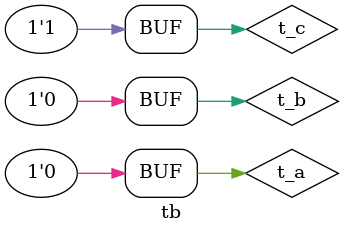
<source format=v>
module tb;
reg t_a;
reg t_b;
reg t_c;
wire T;
//instantiate

//and2 a2(.i0(t_a),.i1(t_b),.o2(Q));
//and2 a2(.i0(t_a),.i1(t_b),.o2(Q));
//or2 a3(.i0(t_a),.i1(t_b),.o3(R));
operate a4(.a(t_a),.b(t_b),.c(t_c),.z(T));

initial begin $dumpfile("dmp2.vcd");
$dumpvars(0,tb);
end
initial begin $monitor(t_a,t_b,t_c,T); //displays the content of the register
t_a=1'b0;//1 bit input
t_b=1'b0;
t_c=1'b0;
#10 //time nanosecs
t_a=1'b0;//1 bit input
t_b=1'b0;
t_c=1'b1;
#10 //time nanosecs
t_a=1'b0;//1 bit input
t_b=1'b1;
t_c=1'b0;
#10 //time nanosecs
t_a=1'b0;//1 bit input
t_b=1'b1;
t_c=1'b1;
#10 //time nanosecs
t_a=1'b1;//1 bit input
t_b=1'b0;
t_c=1'b0;
#10 //time nanosecs
t_a=1'b1;//1 bit input
t_b=1'b0;
t_c=1'b1;
#10 //time nanosecs
t_a=1'b1;//1 bit input
t_b=1'b1;
t_c=1'b0;
#10 //time nanosecs
t_a=1'b1;//1 bit input
t_b=1'b1;
t_c=1'b1;
#10 //time nanosecs

t_a=0;//inorder to see the last input
t_b=0;
t_b=0;
end
endmodule


</source>
